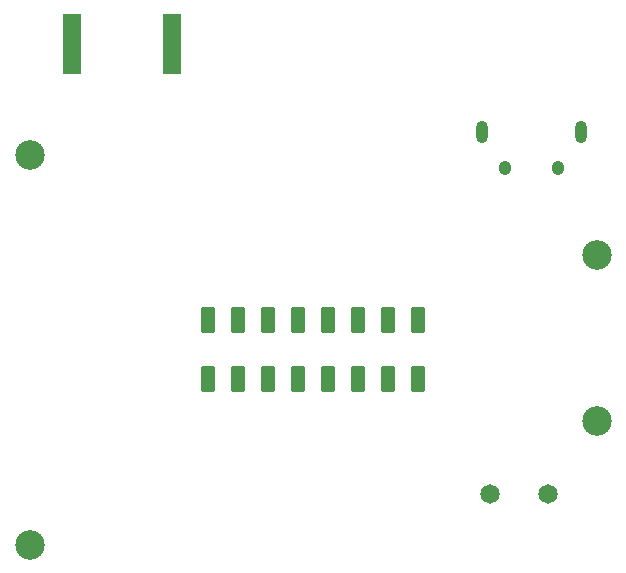
<source format=gbs>
%TF.GenerationSoftware,KiCad,Pcbnew,7.0.1*%
%TF.CreationDate,2023-10-27T08:58:37+02:00*%
%TF.ProjectId,SensorLeapSMA,53656e73-6f72-44c6-9561-70534d412e6b,rev?*%
%TF.SameCoordinates,Original*%
%TF.FileFunction,Soldermask,Bot*%
%TF.FilePolarity,Negative*%
%FSLAX46Y46*%
G04 Gerber Fmt 4.6, Leading zero omitted, Abs format (unit mm)*
G04 Created by KiCad (PCBNEW 7.0.1) date 2023-10-27 08:58:37*
%MOMM*%
%LPD*%
G01*
G04 APERTURE LIST*
G04 Aperture macros list*
%AMRoundRect*
0 Rectangle with rounded corners*
0 $1 Rounding radius*
0 $2 $3 $4 $5 $6 $7 $8 $9 X,Y pos of 4 corners*
0 Add a 4 corners polygon primitive as box body*
4,1,4,$2,$3,$4,$5,$6,$7,$8,$9,$2,$3,0*
0 Add four circle primitives for the rounded corners*
1,1,$1+$1,$2,$3*
1,1,$1+$1,$4,$5*
1,1,$1+$1,$6,$7*
1,1,$1+$1,$8,$9*
0 Add four rect primitives between the rounded corners*
20,1,$1+$1,$2,$3,$4,$5,0*
20,1,$1+$1,$4,$5,$6,$7,0*
20,1,$1+$1,$6,$7,$8,$9,0*
20,1,$1+$1,$8,$9,$2,$3,0*%
G04 Aperture macros list end*
%ADD10C,2.500000*%
%ADD11C,1.650000*%
%ADD12R,1.520000X5.080000*%
%ADD13O,1.000000X1.900000*%
%ADD14O,1.050000X1.250000*%
%ADD15RoundRect,0.133333X-0.466667X-0.966667X0.466667X-0.966667X0.466667X0.966667X-0.466667X0.966667X0*%
G04 APERTURE END LIST*
D10*
%TO.C,H2*%
X111500000Y-52000000D03*
%TD*%
%TO.C,H4*%
X63500000Y-76500000D03*
%TD*%
D11*
%TO.C,USB1*%
X102450000Y-72200000D03*
X107350000Y-72200000D03*
%TD*%
D10*
%TO.C,H1*%
X63500000Y-43500000D03*
%TD*%
D12*
%TO.C,J1*%
X67110000Y-34100000D03*
X75590000Y-34100000D03*
%TD*%
D10*
%TO.C,H3*%
X111500000Y-66000000D03*
%TD*%
D13*
%TO.C,J3*%
X110175000Y-41600000D03*
D14*
X108225000Y-44600000D03*
X103775000Y-44600000D03*
D13*
X101825000Y-41600000D03*
%TD*%
D15*
%TO.C,J2*%
X96380000Y-62500000D03*
X96370000Y-57500000D03*
X93840000Y-62500000D03*
X93830000Y-57500000D03*
X91300000Y-62500000D03*
X91290000Y-57500000D03*
X88760000Y-62500000D03*
X88750000Y-57500000D03*
X86220000Y-62500000D03*
X86210000Y-57500000D03*
X83680000Y-62500000D03*
X83670000Y-57500000D03*
X81140000Y-62500000D03*
X81130000Y-57500000D03*
X78600000Y-62500000D03*
X78590000Y-57500000D03*
%TD*%
M02*

</source>
